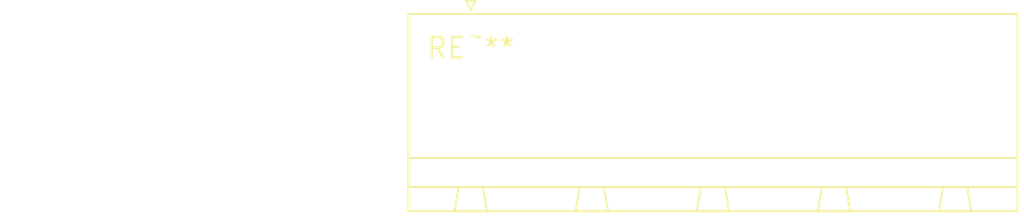
<source format=kicad_pcb>
(kicad_pcb (version 20240108) (generator pcbnew)
  (layers (0 "F.Cu" signal) (31 "B.Cu" signal) (34 "B.Paste" user) (35 "F.Paste" user) (36 "B.SilkS" user "B.Silkscreen") (37 "F.SilkS" user "F.Silkscreen") (38 "B.Mask" user) (39 "F.Mask" user) (44 "Edge.Cuts" user))
  (net 0 "")
  (footprint "PhoenixContact_GMSTBA_2,5_5-G_1x05_P7.50mm_Horizontal" (layer "F.Cu") (at 0 0)
    (property "Reference" "REF**")
    (property "Value" "PhoenixContact_GMSTBA_2,5_5-G_1x05_P7.50mm_Horizontal")
    (fp_line (start -3.86 -2.11) (end -3.86 10.11) (layer "F.SilkS") (stroke (width 0.12)))
    (fp_line (start -3.86 6.81) (end 33.86 6.81) (layer "F.SilkS") (stroke (width 0.12)))
    (fp_line (start -3.86 8.61) (end -3.86 6.81) (layer "F.SilkS") (stroke (width 0.12)))
    (fp_line (start -3.86 10.11) (end 33.86 10.11) (layer "F.SilkS") (stroke (width 0.12)))
    (fp_line (start -1 10.11) (end 1 10.11) (layer "F.SilkS") (stroke (width 0.12)))
    (fp_line (start -0.75 8.61) (end -1 10.11) (layer "F.SilkS") (stroke (width 0.12)))
    (fp_line (start -0.3 -2.91) (end 0.3 -2.91) (layer "F.SilkS") (stroke (width 0.12)))
    (fp_line (start 0 -2.31) (end -0.3 -2.91) (layer "F.SilkS") (stroke (width 0.12)))
    (fp_line (start 0.3 -2.91) (end 0 -2.31) (layer "F.SilkS") (stroke (width 0.12)))
    (fp_line (start 0.75 8.61) (end -0.75 8.61) (layer "F.SilkS") (stroke (width 0.12)))
    (fp_line (start 1 10.11) (end 0.75 8.61) (layer "F.SilkS") (stroke (width 0.12)))
    (fp_line (start 6.5 10.11) (end 8.5 10.11) (layer "F.SilkS") (stroke (width 0.12)))
    (fp_line (start 6.75 8.61) (end 6.5 10.11) (layer "F.SilkS") (stroke (width 0.12)))
    (fp_line (start 8.25 8.61) (end 6.75 8.61) (layer "F.SilkS") (stroke (width 0.12)))
    (fp_line (start 8.5 10.11) (end 8.25 8.61) (layer "F.SilkS") (stroke (width 0.12)))
    (fp_line (start 14 10.11) (end 16 10.11) (layer "F.SilkS") (stroke (width 0.12)))
    (fp_line (start 14.25 8.61) (end 14 10.11) (layer "F.SilkS") (stroke (width 0.12)))
    (fp_line (start 15.75 8.61) (end 14.25 8.61) (layer "F.SilkS") (stroke (width 0.12)))
    (fp_line (start 16 10.11) (end 15.75 8.61) (layer "F.SilkS") (stroke (width 0.12)))
    (fp_line (start 21.5 10.11) (end 23.5 10.11) (layer "F.SilkS") (stroke (width 0.12)))
    (fp_line (start 21.75 8.61) (end 21.5 10.11) (layer "F.SilkS") (stroke (width 0.12)))
    (fp_line (start 23.25 8.61) (end 21.75 8.61) (layer "F.SilkS") (stroke (width 0.12)))
    (fp_line (start 23.5 10.11) (end 23.25 8.61) (layer "F.SilkS") (stroke (width 0.12)))
    (fp_line (start 29 10.11) (end 31 10.11) (layer "F.SilkS") (stroke (width 0.12)))
    (fp_line (start 29.25 8.61) (end 29 10.11) (layer "F.SilkS") (stroke (width 0.12)))
    (fp_line (start 30.75 8.61) (end 29.25 8.61) (layer "F.SilkS") (stroke (width 0.12)))
    (fp_line (start 31 10.11) (end 30.75 8.61) (layer "F.SilkS") (stroke (width 0.12)))
    (fp_line (start 33.86 -2.11) (end -3.86 -2.11) (layer "F.SilkS") (stroke (width 0.12)))
    (fp_line (start 33.86 6.81) (end 33.86 8.61) (layer "F.SilkS") (stroke (width 0.12)))
    (fp_line (start 33.86 8.61) (end -3.86 8.61) (layer "F.SilkS") (stroke (width 0.12)))
    (fp_line (start 33.86 10.11) (end 33.86 -2.11) (layer "F.SilkS") (stroke (width 0.12)))
    (pad "1" thru_hole roundrect (at 0 0) (size 2 3.6) (drill 1.4) (layers *.Cu *.Mask) (remove_unused_layers) (roundrect_rratio 0.125))
    (pad "2" thru_hole oval (at 7.5 0) (size 2 3.6) (drill 1.4) (layers *.Cu *.Mask) (remove_unused_layers))
    (pad "3" thru_hole oval (at 15 0) (size 2 3.6) (drill 1.4) (layers *.Cu *.Mask) (remove_unused_layers))
    (pad "4" thru_hole oval (at 22.5 0) (size 2 3.6) (drill 1.4) (layers *.Cu *.Mask) (remove_unused_layers))
    (pad "5" thru_hole oval (at 30 0) (size 2 3.6) (drill 1.4) (layers *.Cu *.Mask) (remove_unused_layers))
  )
)
</source>
